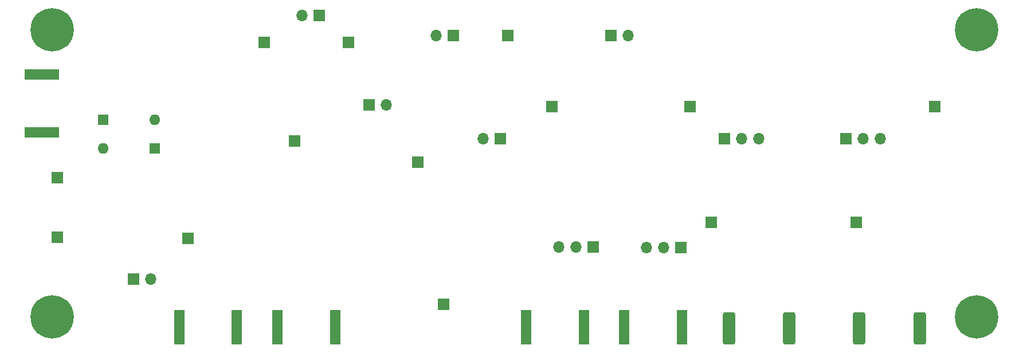
<source format=gbs>
%TF.GenerationSoftware,KiCad,Pcbnew,8.0.2-8.0.2-0~ubuntu20.04.1*%
%TF.CreationDate,2024-05-06T11:04:01+02:00*%
%TF.ProjectId,Receiver Prototype,52656365-6976-4657-9220-50726f746f74,rev?*%
%TF.SameCoordinates,Original*%
%TF.FileFunction,Soldermask,Bot*%
%TF.FilePolarity,Negative*%
%FSLAX46Y46*%
G04 Gerber Fmt 4.6, Leading zero omitted, Abs format (unit mm)*
G04 Created by KiCad (PCBNEW 8.0.2-8.0.2-0~ubuntu20.04.1) date 2024-05-06 11:04:01*
%MOMM*%
%LPD*%
G01*
G04 APERTURE LIST*
G04 Aperture macros list*
%AMRoundRect*
0 Rectangle with rounded corners*
0 $1 Rounding radius*
0 $2 $3 $4 $5 $6 $7 $8 $9 X,Y pos of 4 corners*
0 Add a 4 corners polygon primitive as box body*
4,1,4,$2,$3,$4,$5,$6,$7,$8,$9,$2,$3,0*
0 Add four circle primitives for the rounded corners*
1,1,$1+$1,$2,$3*
1,1,$1+$1,$4,$5*
1,1,$1+$1,$6,$7*
1,1,$1+$1,$8,$9*
0 Add four rect primitives between the rounded corners*
20,1,$1+$1,$2,$3,$4,$5,0*
20,1,$1+$1,$4,$5,$6,$7,0*
20,1,$1+$1,$6,$7,$8,$9,0*
20,1,$1+$1,$8,$9,$2,$3,0*%
G04 Aperture macros list end*
%ADD10C,6.400000*%
%ADD11R,1.700000X1.700000*%
%ADD12O,1.700000X1.700000*%
%ADD13R,1.600000X1.600000*%
%ADD14O,1.600000X1.600000*%
%ADD15RoundRect,0.295276X0.604724X2.104724X-0.604724X2.104724X-0.604724X-2.104724X0.604724X-2.104724X0*%
%ADD16R,5.080000X1.500000*%
%ADD17R,1.500000X5.080000*%
G04 APERTURE END LIST*
D10*
%TO.C,H2*%
X90950000Y-96550000D03*
%TD*%
D11*
%TO.C,J6*%
X173510001Y-55000000D03*
D12*
X176050001Y-55000000D03*
%TD*%
D11*
%TO.C,J21*%
X158250000Y-55000000D03*
%TD*%
%TO.C,J19*%
X126750000Y-70625000D03*
%TD*%
%TO.C,J16*%
X111000000Y-85000000D03*
%TD*%
D13*
%TO.C,D4*%
X98480000Y-67470000D03*
D14*
X106100000Y-67470000D03*
%TD*%
D11*
%TO.C,J31*%
X122293500Y-56030000D03*
%TD*%
%TO.C,J25*%
X185200000Y-65500000D03*
%TD*%
%TO.C,J5*%
X221348809Y-65500000D03*
%TD*%
%TO.C,J24*%
X157162500Y-70250000D03*
D12*
X154622500Y-70250000D03*
%TD*%
D11*
%TO.C,J17*%
X137725000Y-65250000D03*
D12*
X140265000Y-65250000D03*
%TD*%
D11*
%TO.C,J20*%
X91690000Y-84800000D03*
%TD*%
%TO.C,J15*%
X188325000Y-82655518D03*
%TD*%
%TO.C,J28*%
X134760000Y-56030000D03*
%TD*%
D15*
%TO.C,J14*%
X199860000Y-98247500D03*
X190940000Y-98247500D03*
%TD*%
D11*
%TO.C,J2*%
X209700000Y-82655518D03*
%TD*%
%TO.C,J3*%
X91690000Y-76000000D03*
%TD*%
%TO.C,J18*%
X102960000Y-91000000D03*
D12*
X105500000Y-91000000D03*
%TD*%
D11*
%TO.C,J10*%
X144985600Y-73700000D03*
%TD*%
D16*
%TO.C,J4*%
X89380000Y-69310000D03*
X89380000Y-60810000D03*
%TD*%
D17*
%TO.C,J12*%
X132750000Y-98137500D03*
X124250000Y-98137500D03*
%TD*%
%TO.C,J8*%
X183966666Y-98137500D03*
X175466666Y-98137500D03*
%TD*%
D11*
%TO.C,J30*%
X183805000Y-86310000D03*
D12*
X181265000Y-86310000D03*
X178725000Y-86310000D03*
%TD*%
D15*
%TO.C,J13*%
X219100000Y-98247500D03*
X210180000Y-98247500D03*
%TD*%
D17*
%TO.C,J11*%
X118250000Y-98137500D03*
X109750000Y-98137500D03*
%TD*%
D11*
%TO.C,J22*%
X148750000Y-94750000D03*
%TD*%
D13*
%TO.C,D3*%
X106100000Y-71720000D03*
D14*
X98480000Y-71720000D03*
%TD*%
D11*
%TO.C,J23*%
X150210000Y-55000000D03*
D12*
X147670000Y-55000000D03*
%TD*%
D10*
%TO.C,H3*%
X227550000Y-96550000D03*
%TD*%
D11*
%TO.C,J9*%
X164750000Y-65500000D03*
%TD*%
%TO.C,J27*%
X190250001Y-70281118D03*
D12*
X192790001Y-70281118D03*
X195330001Y-70281118D03*
%TD*%
D10*
%TO.C,H4*%
X227550000Y-54200000D03*
%TD*%
D11*
%TO.C,J29*%
X170880595Y-86260000D03*
D12*
X168340595Y-86260000D03*
X165800595Y-86260000D03*
%TD*%
D11*
%TO.C,J1*%
X130420000Y-52020000D03*
D12*
X127880000Y-52020000D03*
%TD*%
D10*
%TO.C,H1*%
X90950000Y-54200000D03*
%TD*%
D11*
%TO.C,J26*%
X208170000Y-70281118D03*
D12*
X210710000Y-70281118D03*
X213250000Y-70281118D03*
%TD*%
D17*
%TO.C,J7*%
X169500000Y-98137500D03*
X161000000Y-98137500D03*
%TD*%
M02*

</source>
